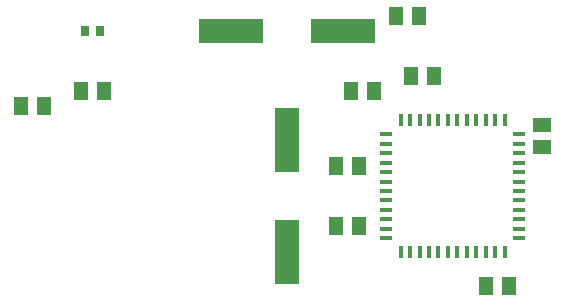
<source format=gbr>
G04 EAGLE Gerber RS-274X export*
G75*
%MOMM*%
%FSLAX34Y34*%
%LPD*%
%INSolderpaste Top*%
%IPPOS*%
%AMOC8*
5,1,8,0,0,1.08239X$1,22.5*%
G01*
%ADD10R,1.300000X1.500000*%
%ADD11R,1.500000X1.300000*%
%ADD12R,0.700000X0.900000*%
%ADD13R,2.000000X5.500000*%
%ADD14R,5.500000X2.000000*%
%ADD15R,1.000000X0.400000*%
%ADD16R,0.400000X1.000000*%


D10*
X498500Y571500D03*
X517500Y571500D03*
X479400Y508000D03*
X460400Y508000D03*
X593700Y342900D03*
X574700Y342900D03*
D11*
X622300Y479400D03*
X622300Y460400D03*
D10*
X511200Y520700D03*
X530200Y520700D03*
X447700Y444500D03*
X466700Y444500D03*
X447700Y393700D03*
X466700Y393700D03*
D12*
X247800Y558800D03*
X234800Y558800D03*
D13*
X406400Y466600D03*
X406400Y371600D03*
D14*
X453900Y558800D03*
X358900Y558800D03*
D10*
X231800Y508000D03*
X250800Y508000D03*
X181000Y495300D03*
X200000Y495300D03*
D15*
X490300Y471300D03*
X490300Y463300D03*
X490300Y455300D03*
X490300Y447300D03*
X490300Y439300D03*
X490300Y431300D03*
X490300Y423300D03*
X490300Y415300D03*
X490300Y407300D03*
X490300Y399300D03*
X490300Y391300D03*
X490300Y383300D03*
D16*
X502300Y371300D03*
X510300Y371300D03*
X518300Y371300D03*
X526300Y371300D03*
X534300Y371300D03*
X542300Y371300D03*
X550300Y371300D03*
X558300Y371300D03*
X566300Y371300D03*
X574300Y371300D03*
X582300Y371300D03*
X590300Y371300D03*
D15*
X602300Y383300D03*
X602300Y391300D03*
X602300Y399300D03*
X602300Y407300D03*
X602300Y415300D03*
X602300Y423300D03*
X602300Y431300D03*
X602300Y439300D03*
X602300Y447300D03*
X602300Y455300D03*
X602300Y463300D03*
X602300Y471300D03*
D16*
X590300Y483300D03*
X582300Y483300D03*
X574300Y483300D03*
X566300Y483300D03*
X558300Y483300D03*
X550300Y483300D03*
X542300Y483300D03*
X534300Y483300D03*
X526300Y483300D03*
X518300Y483300D03*
X510300Y483300D03*
X502300Y483300D03*
M02*

</source>
